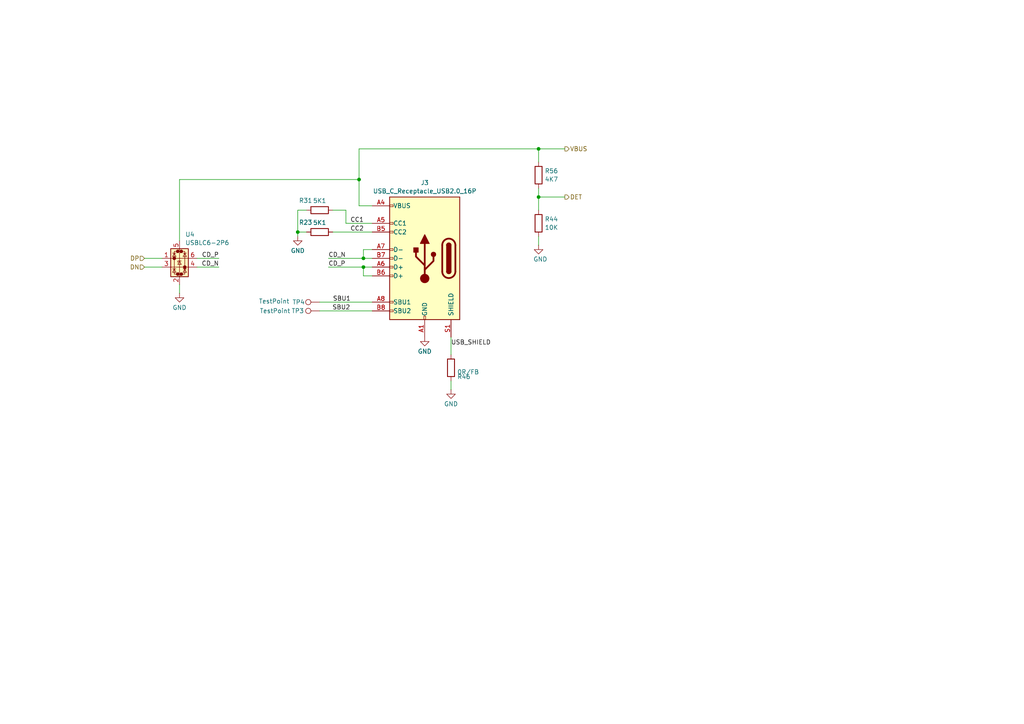
<source format=kicad_sch>
(kicad_sch (version 20250114) (generator "eeschema") (generator_version "9.0")
  (paper "A4")
  (lib_symbols
    (symbol "Connector:TestPoint" (pin_numbers (hide yes)) (pin_names (offset 0.762) (hide yes))
      (property "Reference" "TP" (at 0 6.858 0))
      (property "Value" "TestPoint" (at 0 5.08 0))
      (symbol "TestPoint_0_1"
        (circle (center 0 3.302) (radius 0.762))
      )
      (symbol "TestPoint_1_1"
        (pin passive line (at 0 0 90) (length 2.54) (name "1") (number "1"))
      )
    )
    (symbol "Connector:USB_C_Receptacle_USB2.0_16P" (pin_names (offset 1.016))
      (property "Reference" "J" (at 0 22.225 0))
      (property "Value" "USB_C_Receptacle_USB2.0_16P" (at 0 19.685 0))
      (symbol "USB_C_Receptacle_USB2.0_16P_0_0"
        (rectangle (start -0.254 -17.78) (end 0.254 -16.764))
        (rectangle (start 10.16 15.494) (end 9.144 14.986))
        (rectangle (start 10.16 10.414) (end 9.144 9.906))
        (rectangle (start 10.16 7.874) (end 9.144 7.366))
        (rectangle (start 10.16 2.794) (end 9.144 2.286))
        (rectangle (start 10.16 0.254) (end 9.144 -0.254))
        (rectangle (start 10.16 -2.286) (end 9.144 -2.794))
        (rectangle (start 10.16 -4.826) (end 9.144 -5.334))
        (rectangle (start 10.16 -12.446) (end 9.144 -12.954))
        (rectangle (start 10.16 -14.986) (end 9.144 -15.494))
      )
      (symbol "USB_C_Receptacle_USB2.0_16P_0_1"
        (rectangle (start -10.16 17.78) (end 10.16 -17.78) (stroke (width 0.254)) (fill (type background)))
        (polyline (pts (xy -8.89 -3.81) (xy -8.89 3.81)) (stroke (width 0.508)))
        (rectangle (start -7.62 -3.81) (end -6.35 3.81) (stroke (width 0.254)) (fill (type outline)))
        (arc (start -7.62 3.81) (mid -6.985 4.4423) (end -6.35 3.81) (stroke (width 0.254)))
        (arc (start -7.62 3.81) (mid -6.985 4.4423) (end -6.35 3.81) (stroke (width 0.254)) (fill (type outline)))
        (arc (start -8.89 3.81) (mid -6.985 5.7067) (end -5.08 3.81) (stroke (width 0.508)))
        (arc (start -5.08 -3.81) (mid -6.985 -5.7067) (end -8.89 -3.81) (stroke (width 0.508)))
        (arc (start -6.35 -3.81) (mid -6.985 -4.4423) (end -7.62 -3.81) (stroke (width 0.254)))
        (arc (start -6.35 -3.81) (mid -6.985 -4.4423) (end -7.62 -3.81) (stroke (width 0.254)) (fill (type outline)))
        (polyline (pts (xy -5.08 3.81) (xy -5.08 -3.81)) (stroke (width 0.508)))
        (circle (center -2.54 1.143) (radius 0.635) (stroke (width 0.254)) (fill (type outline)))
        (polyline (pts (xy -1.27 4.318) (xy 0 6.858) (xy 1.27 4.318) (xy -1.27 4.318)) (stroke (width 0.254)) (fill (type outline)))
        (polyline (pts (xy 0 -2.032) (xy 2.54 0.508) (xy 2.54 1.778)) (stroke (width 0.508)))
        (polyline (pts (xy 0 -3.302) (xy -2.54 -0.762) (xy -2.54 0.508)) (stroke (width 0.508)))
        (polyline (pts (xy 0 -5.842) (xy 0 4.318)) (stroke (width 0.508)))
        (circle (center 0 -5.842) (radius 1.27) (fill (type outline)))
        (rectangle (start 1.905 1.778) (end 3.175 3.048) (stroke (width 0.254)) (fill (type outline)))
      )
      (symbol "USB_C_Receptacle_USB2.0_16P_1_1"
        (pin passive line (at -7.62 -22.86 90) (length 5.08) (name "SHIELD") (number "S1"))
        (pin passive line (at 0 -22.86 90) (length 5.08) (name "GND") (number "A1"))
        (pin passive line (at 0 -22.86 90) (length 5.08) (hide yes) (name "GND") (number "A12"))
        (pin passive line (at 0 -22.86 90) (length 5.08) (hide yes) (name "GND") (number "B1"))
        (pin passive line (at 0 -22.86 90) (length 5.08) (hide yes) (name "GND") (number "B12"))
        (pin passive line (at 15.24 15.24 180) (length 5.08) (name "VBUS") (number "A4"))
        (pin passive line (at 15.24 15.24 180) (length 5.08) (hide yes) (name "VBUS") (number "A9"))
        (pin passive line (at 15.24 15.24 180) (length 5.08) (hide yes) (name "VBUS") (number "B4"))
        (pin passive line (at 15.24 15.24 180) (length 5.08) (hide yes) (name "VBUS") (number "B9"))
        (pin bidirectional line (at 15.24 10.16 180) (length 5.08) (name "CC1") (number "A5"))
        (pin bidirectional line (at 15.24 7.62 180) (length 5.08) (name "CC2") (number "B5"))
        (pin bidirectional line (at 15.24 2.54 180) (length 5.08) (name "D-") (number "A7"))
        (pin bidirectional line (at 15.24 0 180) (length 5.08) (name "D-") (number "B7"))
        (pin bidirectional line (at 15.24 -2.54 180) (length 5.08) (name "D+") (number "A6"))
        (pin bidirectional line (at 15.24 -5.08 180) (length 5.08) (name "D+") (number "B6"))
        (pin bidirectional line (at 15.24 -12.7 180) (length 5.08) (name "SBU1") (number "A8"))
        (pin bidirectional line (at 15.24 -15.24 180) (length 5.08) (name "SBU2") (number "B8"))
      )
    )
    (symbol "Device:R" (pin_numbers (hide yes)) (pin_names (offset 0))
      (property "Reference" "R" (at 2.032 0 90))
      (property "Value" "R" (at 0 0 90))
      (symbol "R_0_1"
        (rectangle (start -1.016 -2.54) (end 1.016 2.54) (stroke (width 0.254)))
      )
      (symbol "R_1_1"
        (pin passive line (at 0 3.81 270) (length 1.27) (name "~") (number "1"))
        (pin passive line (at 0 -3.81 90) (length 1.27) (name "~") (number "2"))
      )
    )
    (symbol "Power_Protection:USBLC6-2P6" (pin_names (hide yes))
      (property "Reference" "U" (at 0.635 5.715 0))
      (property "Value" "USBLC6-2P6" (at 0.635 3.81 0))
      (symbol "USBLC6-2P6_0_0"
        (circle (center -1.524 0) (radius 0.0001) (stroke (width 0.508)))
        (circle (center -0.508 2.032) (radius 0.0001) (stroke (width 0.508)))
        (circle (center -0.508 -4.572) (radius 0.0001) (stroke (width 0.508)))
        (circle (center 0.508 2.032) (radius 0.0001) (stroke (width 0.508)))
        (circle (center 0.508 -4.572) (radius 0.0001) (stroke (width 0.508)))
        (circle (center 1.524 -2.54) (radius 0.0001) (stroke (width 0.508)))
      )
      (symbol "USBLC6-2P6_0_1"
        (polyline (pts (xy -2.54 0) (xy 2.54 0)))
        (polyline (pts (xy -2.54 -2.54) (xy 2.54 -2.54)))
        (polyline (pts (xy -2.032 0.508) (xy -1.016 0.508) (xy -1.524 1.524) (xy -2.032 0.508)))
        (polyline (pts (xy -2.032 -3.048) (xy -1.016 -3.048)))
        (polyline (pts (xy -1.016 1.524) (xy -2.032 1.524)))
        (polyline (pts (xy -1.016 -4.064) (xy -2.032 -4.064) (xy -1.524 -3.048) (xy -1.016 -4.064)))
        (polyline (pts (xy -0.508 -1.143) (xy -0.508 -0.762) (xy 0.508 -0.762)))
        (polyline (pts (xy 0 2.54) (xy -0.508 2.032) (xy 0.508 2.032) (xy 0 1.524) (xy 0 -4.064) (xy -0.508 -4.572) (xy 0.508 -4.572) (xy 0 -5.08)))
        (polyline (pts (xy 0.508 -1.778) (xy -0.508 -1.778) (xy 0 -0.762) (xy 0.508 -1.778)))
        (polyline (pts (xy 1.016 1.524) (xy 2.032 1.524)))
        (polyline (pts (xy 1.016 -3.048) (xy 2.032 -3.048)))
        (polyline (pts (xy 2.032 0.508) (xy 1.016 0.508) (xy 1.524 1.524) (xy 2.032 0.508)))
        (polyline (pts (xy 2.032 -4.064) (xy 1.016 -4.064) (xy 1.524 -3.048) (xy 2.032 -4.064)))
      )
      (symbol "USBLC6-2P6_1_1"
        (rectangle (start -2.54 2.794) (end 2.54 -5.334) (stroke (width 0.254)) (fill (type background)))
        (polyline (pts (xy -0.508 2.032) (xy -1.524 2.032) (xy -1.524 -4.572) (xy -0.508 -4.572)))
        (polyline (pts (xy 0.508 -4.572) (xy 1.524 -4.572) (xy 1.524 2.032) (xy 0.508 2.032)))
        (pin passive line (at -5.08 0 0) (length 2.54) (name "I/O1") (number "1"))
        (pin passive line (at -5.08 -2.54 0) (length 2.54) (name "I/O2") (number "3"))
        (pin passive line (at 0 5.08 270) (length 2.54) (name "VBUS") (number "5"))
        (pin passive line (at 0 -7.62 90) (length 2.54) (name "GND") (number "2"))
        (pin passive line (at 5.08 0 180) (length 2.54) (name "I/O1") (number "6"))
        (pin passive line (at 5.08 -2.54 180) (length 2.54) (name "I/O2") (number "4"))
      )
    )
    (symbol "power:GND" (power) (pin_numbers (hide yes)) (pin_names (offset 0) (hide yes))
      (property "Value" "GND" (at 0 -3.81 0))
      (symbol "GND_0_1"
        (polyline (pts (xy 0 0) (xy 0 -1.27) (xy 1.27 -1.27) (xy 0 -2.54) (xy -1.27 -1.27) (xy 0 -1.27)))
      )
      (symbol "GND_1_1"
        (pin power_in line (at 0 0 270) (length 0) (name "~") (number "1"))
      )
    )
  )
  (junction (at 105.41 74.93))
  (junction (at 104.14 52.07))
  (junction (at 86.36 67.31))
  (junction (at 156.21 43.18))
  (junction (at 156.21 57.15))
  (junction (at 105.41 77.47))
  (wire (pts (xy 52.07 85.09) (xy 52.07 82.55)))
  (wire (pts (xy 57.15 74.93) (xy 63.5 74.93)))
  (wire (pts (xy 156.21 71.12) (xy 156.21 68.58)))
  (wire (pts (xy 92.71 90.17) (xy 107.95 90.17)))
  (wire (pts (xy 86.36 67.31) (xy 86.36 68.58)))
  (wire (pts (xy 156.21 57.15) (xy 156.21 60.96)))
  (wire (pts (xy 156.21 43.18) (xy 156.21 46.99)))
  (wire (pts (xy 105.41 80.01) (xy 105.41 77.47)))
  (wire (pts (xy 156.21 54.61) (xy 156.21 57.15)))
  (wire (pts (xy 57.15 77.47) (xy 63.5 77.47)))
  (wire (pts (xy 88.9 60.96) (xy 86.36 60.96)))
  (wire (pts (xy 130.81 110.49) (xy 130.81 113.03)))
  (wire (pts (xy 96.52 60.96) (xy 100.33 60.96)))
  (wire (pts (xy 130.81 97.79) (xy 130.81 102.87)))
  (wire (pts (xy 86.36 67.31) (xy 88.9 67.31)))
  (wire (pts (xy 105.41 77.47) (xy 107.95 77.47)))
  (wire (pts (xy 104.14 43.18) (xy 104.14 52.07)))
  (wire (pts (xy 163.83 57.15) (xy 156.21 57.15)))
  (wire (pts (xy 104.14 59.69) (xy 107.95 59.69)))
  (wire (pts (xy 104.14 52.07) (xy 52.07 52.07)))
  (wire (pts (xy 95.25 74.93) (xy 105.41 74.93)))
  (wire (pts (xy 95.25 77.47) (xy 105.41 77.47)))
  (wire (pts (xy 107.95 80.01) (xy 105.41 80.01)))
  (wire (pts (xy 86.36 60.96) (xy 86.36 67.31)))
  (wire (pts (xy 92.71 87.63) (xy 107.95 87.63)))
  (wire (pts (xy 52.07 52.07) (xy 52.07 69.85)))
  (wire (pts (xy 107.95 64.77) (xy 100.33 64.77)))
  (wire (pts (xy 41.91 77.47) (xy 46.99 77.47)))
  (wire (pts (xy 96.52 67.31) (xy 107.95 67.31)))
  (wire (pts (xy 156.21 43.18) (xy 104.14 43.18)))
  (wire (pts (xy 105.41 74.93) (xy 107.95 74.93)))
  (wire (pts (xy 100.33 64.77) (xy 100.33 60.96)))
  (wire (pts (xy 41.91 74.93) (xy 46.99 74.93)))
  (wire (pts (xy 104.14 52.07) (xy 104.14 59.69)))
  (wire (pts (xy 105.41 72.39) (xy 105.41 74.93)))
  (wire (pts (xy 107.95 72.39) (xy 105.41 72.39)))
  (wire (pts (xy 163.83 43.18) (xy 156.21 43.18)))
  (label "CD_P" (at 95.25 77.47 0))
  (label "SBU1" (at 96.52 87.63 0))
  (label "CD_N" (at 63.5 77.47 180))
  (label "CC2" (at 101.6 67.31 0))
  (label "CC1" (at 101.6 64.77 0))
  (label "CD_N" (at 95.25 74.93 0))
  (label "SBU2" (at 101.6 90.17 180))
  (label "USB_SHIELD" (at 130.81 100.33 0))
  (label "CD_P" (at 63.5 74.93 180))
  (hierarchical_label "DN" (shape input) (at 41.91 77.47 180))
  (hierarchical_label "VBUS" (shape output) (at 163.83 43.18 0))
  (hierarchical_label "DP" (shape input) (at 41.91 74.93 180))
  (hierarchical_label "DET" (shape output) (at 163.83 57.15 0))
  (symbol (lib_id "Device:R") (at 156.21 50.8 0) (unit 1)
    (property "Reference" "R56" (at 157.988 49.5878 0) (effects (justify left)))
    (property "Value" "4K7" (at 157.988 52.0121 0) (effects (justify left)))
    (property "Footprint" "Resistor_SMD:R_0603_1608Metric_Pad0.98x0.95mm_HandSolder" (effects (hide yes)))
    (property "Description" "Resistor" (effects (hide yes)))
    (property "LCSC" "C23162" (effects (hide yes)))
  )
  (symbol (lib_id "Device:R") (at 92.71 60.96 90) (unit 1)
    (property "Reference" "R31" (at 88.646 58.166 90))
    (property "Value" "5K1" (at 92.71 58.2238 90))
    (property "Footprint" "Resistor_SMD:R_0402_1005Metric_Pad0.72x0.64mm_HandSolder" (effects (hide yes)))
    (property "Description" "Resistor" (effects (hide yes)))
    (property "LCSC" "C25905" (effects (hide yes)))
  )
  (symbol (lib_id "Connector:TestPoint") (at 92.71 87.63 90) (unit 1)
    (property "Reference" "TP4" (at 86.614 87.63 90))
    (property "Value" "TestPoint" (at 79.502 87.376 90))
    (property "Footprint" "TestPoint:TestPoint_Pad_D1.0mm" (effects (hide yes)))
    (property "Description" "test point" (effects (hide yes)))
  )
  (symbol (lib_id "Power_Protection:USBLC6-2P6") (at 52.07 74.93 0) (unit 1)
    (property "Reference" "U4" (at 53.7211 67.9915 0) (effects (justify left)))
    (property "Value" "USBLC6-2P6" (at 53.7211 70.4158 0) (effects (justify left)))
    (property "Footprint" "Package_TO_SOT_SMD:SOT-666" (effects (hide yes)))
    (property "Datasheet" "https://www.st.com/resource/en/datasheet/usblc6-2.pdf" (effects (hide yes)))
    (property "Description" "Very low capacitance ESD protection diode, 2 data-line, SOT-666" (effects (hide yes)))
    (property "LCSC" "C5180249" (effects (hide yes)))
  )
  (symbol (lib_id "Device:R") (at 92.71 67.31 90) (unit 1)
    (property "Reference" "R23" (at 88.646 64.516 90))
    (property "Value" "5K1" (at 92.71 64.5738 90))
    (property "Footprint" "Resistor_SMD:R_0402_1005Metric_Pad0.72x0.64mm_HandSolder" (effects (hide yes)))
    (property "Description" "Resistor" (effects (hide yes)))
    (property "LCSC" "C25905" (effects (hide yes)))
  )
  (symbol (lib_id "Connector:TestPoint") (at 92.71 90.17 90) (unit 1)
    (property "Reference" "TP3" (at 86.36 90.17 90))
    (property "Value" "TestPoint" (at 79.756 90.17 90))
    (property "Footprint" "TestPoint:TestPoint_Pad_D1.0mm" (effects (hide yes)))
    (property "Description" "test point" (effects (hide yes)))
  )
  (symbol (lib_id "Device:R") (at 156.21 64.77 0) (unit 1)
    (property "Reference" "R44" (at 157.988 63.5578 0) (effects (justify left)))
    (property "Value" "10K" (at 157.988 65.9821 0) (effects (justify left)))
    (property "Footprint" "Resistor_SMD:R_0603_1608Metric_Pad0.98x0.95mm_HandSolder" (effects (hide yes)))
    (property "Description" "Resistor" (effects (hide yes)))
    (property "LCSC" "C25804" (effects (hide yes)))
  )
  (symbol (lib_id "power:GND") (at 86.36 68.58 0) (unit 1)
    (property "Reference" "#PWR0123" (effects (hide yes)))
    (property "Value" "GND" (at 86.36 72.7131 0))
    (property "Description" "Power symbol creates a global label with name \"GND\" , ground" (effects (hide yes)))
  )
  (symbol (lib_id "power:GND") (at 123.19 97.79 0) (unit 1)
    (property "Reference" "#PWR0120" (effects (hide yes)))
    (property "Value" "GND" (at 123.19 101.9231 0))
    (property "Description" "Power symbol creates a global label with name \"GND\" , ground" (effects (hide yes)))
  )
  (symbol (lib_id "power:GND") (at 156.21 71.12 0) (unit 1)
    (property "Reference" "#PWR0121" (effects (hide yes)))
    (property "Value" "GND" (at 156.718 75.184 0))
    (property "Description" "Power symbol creates a global label with name \"GND\" , ground" (effects (hide yes)))
  )
  (symbol (lib_id "power:GND") (at 52.07 85.09 0) (unit 1)
    (property "Reference" "#PWR0126" (effects (hide yes)))
    (property "Value" "GND" (at 52.07 89.2231 0))
    (property "Description" "Power symbol creates a global label with name \"GND\" , ground" (effects (hide yes)))
  )
  (symbol (lib_id "Device:R") (at 130.81 106.68 0) (unit 1)
    (property "Reference" "R46" (at 132.588 109.2778 0) (effects (justify left)))
    (property "Value" "0R/FB" (at 132.588 107.8921 0) (effects (justify left)))
    (property "Footprint" "Resistor_SMD:R_0603_1608Metric_Pad0.98x0.95mm_HandSolder" (effects (hide yes)))
    (property "Description" "Resistor" (effects (hide yes)))
    (property "LCSC" "C21189" (effects (hide yes)))
  )
  (symbol (lib_id "Connector:USB_C_Receptacle_USB2.0_16P") (at 123.19 74.93 0) (mirror y) (unit 1)
    (property "Reference" "J3" (at 123.19 53.0055 0))
    (property "Value" "USB_C_Receptacle_USB2.0_16P" (at 123.19 55.4298 0))
    (property "Footprint" "Connector_USB:USB_C_Receptacle_HCTL_HC-TYPE-C-16P-01A" (effects (hide yes)))
    (property "Datasheet" "https://www.usb.org/sites/default/files/documents/usb_type-c.zip" (effects (hide yes)))
    (property "Description" "USB 2.0-only 16P Type-C Receptacle connector" (effects (hide yes)))
    (property "LCSC" "C2894897" (effects (hide yes)))
  )
  (symbol (lib_id "power:GND") (at 130.81 113.03 0) (unit 1)
    (property "Reference" "#PWR0122" (effects (hide yes)))
    (property "Value" "GND" (at 130.81 117.1631 0))
    (property "Description" "Power symbol creates a global label with name \"GND\" , ground" (effects (hide yes)))
  )
)
</source>
